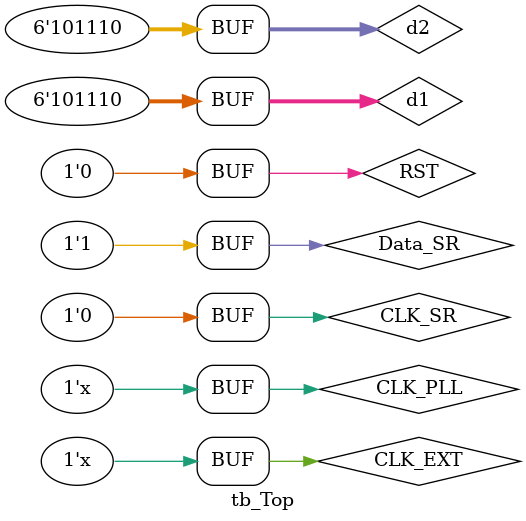
<source format=sv>
`timescale 1 ns/10 ps

module tb_Top();

  // Senales del testbench
    logic CLK_PLL;        // Reloj de entrada proveniente del PLL
    logic CLK_EXT;        // Rloj de entrada que proviene de un PIN
    logic RST;            // senal de reset 
    
    logic [5:0] d1;       // Senal 1 que viene del controlador
    logic [5:0] d2;       // Senal 2 que viene del controlador

    logic PMOS1_PS1;      // Senal de control del transistor NMOS 1 del PS1
    logic PMOS2_PS1;      // Senal de control del transistor PMOS 1 del PS1
    logic NMOS1_PS1;      // Senal de control del transistor NMOS 2 del PS1
    logic NMOS2_PS1;      // Senal de control del transistor PMOS 2 del PS1
    
    logic PMOS1_PS2;      // Senal de control del transistor NMOS 1 del PS2
    logic PMOS2_PS2;      // Senal de control del transistor PMOS 1 del PS2
    logic NMOS1_PS2;      // Senal de control del transistor NMOS 2 del PS2
    logic NMOS2_PS2;      // Senal de control del transistor PMOS 2 del PS2
    
    logic SIGNAL_OUTPUT;
    
    logic CLK_SR;
    logic Data_SR;
    
    logic PMOS_PS3;
    logic NMOS_PS3;

  // Instancia el DUT
  Top dut (
    .CLK_PLL(CLK_PLL),
    .CLK_EXT(CLK_EXT),
    .RST(RST),
    .d1(d1),
    .d2(d2),
    .PMOS1_PS1(PMOS1_PS1),
    .NMOS2_PS1(NMOS2_PS1),
    .PMOS2_PS1(PMOS2_PS1),
    .NMOS1_PS1(NMOS1_PS1),
    
    .PMOS1_PS2(PMOS1_PS2),
    .NMOS2_PS2(NMOS2_PS2),
    .PMOS2_PS2(PMOS2_PS2),
    .NMOS1_PS2(NMOS1_PS2),
    
    .SIGNAL_OUTPUT(SIGNAL_OUTPUT),
    .CLK_SR(CLK_SR),
    .Data_SR(Data_SR),
    .PMOS_PS3(PMOS_PS3),
    .NMOS_PS3(NMOS_PS3)
  );

  // Testbench
  always #1 CLK_PLL= ~CLK_PLL;
  always #10 CLK_EXT= ~CLK_EXT;
  initial begin
    CLK_PLL= 0;
    CLK_EXT= 0;
    RST= 0;
    d1= 6'h0;
    d2= 6'h0;
    
    CLK_SR= 0;
    #10;
    
    RST= 1;

    #10;
    
    RST= 0;
    
    #10;
    
    /////////// Seteo de valores en Shift Register /////////////////
    
    Data_SR= 1; // dt[0]
    #5 CLK_SR= 1;
    #5 CLK_SR= 0;
    
    #5 Data_SR= 1; // dt[1]
    #5 CLK_SR= 1;
    #5 CLK_SR= 0;
    
    #5 Data_SR= 0; // dt[2]
    #5 CLK_SR= 1;
    #5 CLK_SR= 0;
    
    #5 Data_SR= 0; // dt[3]
    #5 CLK_SR= 1;
    #5 CLK_SR= 0;
    
    #5 Data_SR= 0; // dt[4]
    #5 CLK_SR= 1;
    #5 CLK_SR= 0;
    
    #5Data_SR= 0; // SELECTOR_SIGNAL_GENERATOR_1[0]
    #5 CLK_SR= 1;
    #5 CLK_SR= 0;
    
    #5 Data_SR= 0; // SELECTOR_SIGNAL_GENERATOR_1[1]
    #5 CLK_SR= 1;
    #5 CLK_SR= 0;
    
    #5 Data_SR= 0; // SELECTOR_SIGNAL_GENERATOR_2[0]
    #5 CLK_SR= 1;
    #5 CLK_SR= 0;
    
    #5 Data_SR= 1; // SELECTOR_SIGNAL_GENERATOR_2[1]
    #5 CLK_SR= 1;
    #5 CLK_SR= 0;
    
    #5 Data_SR= 0; // OUTPUT_SELECTOR_EXTERNAL[0]
    #5 CLK_SR= 1;
    #5 CLK_SR= 0;
    
    #5 Data_SR= 0; // OUTPUT_SELECTOR_EXTERNAL[1]
    #5 CLK_SR= 1;
    #5 CLK_SR= 0;
    
    #5 Data_SR= 0; // OUTPUT_SELECTOR_EXTERNAL[2]
    #5 CLK_SR= 1;
    #5 CLK_SR= 0;
    
    #5 Data_SR= 0; // OUTPUT_SELECTOR_EXTERNAL[3]
    #5 CLK_SR= 1;
    #5 CLK_SR= 0;
    
    #5 Data_SR= 0; // INPUT_SELECTOR
    #5 CLK_SR= 1;
    #5 CLK_SR= 0;
    
    #5 Data_SR= 0; // CLK_SELECTOR
    #5 CLK_SR= 1;
    #5 CLK_SR= 0; 
    
    #5 Data_SR= 1; // PS_SELECTOR
    #5 CLK_SR= 1;
    #5 CLK_SR= 0; 
    
    #5 Data_SR= 0; // PS3_SELECTOR
    #5 CLK_SR= 1;
    #5 CLK_SR= 0; 
    
    /////////// Asignación de valores en las entradas /////////////////
    #100;
    d1= 6'h1c;
    d2= 6'h1c;
    
    #5 Data_SR= 1; // ENABLE_OUTPUT
    #5 CLK_SR= 1;
    #5 CLK_SR= 0;     
    
   
    #10000;
    d1= 6'h2e;
    d2= 6'h2e;
    
    
    /*
    #1000;
    d1[0]= 1; // NMOS2_EXT_IN
    d1[1]= 1; // PMOS2_EXT_IN
    d1[2]= 1; // NMOS1_EXT_IN
    d1[3]= 1; // PMOS1_EXT_IN
    
    d1[4]= 1; // PMOS_PS3
    d1[5]= 1; // NMOS_PS3
    */
    
    $display("Simulacion finalizada");
    //$finish; // Finaliza la simulacion
  end

endmodule
</source>
